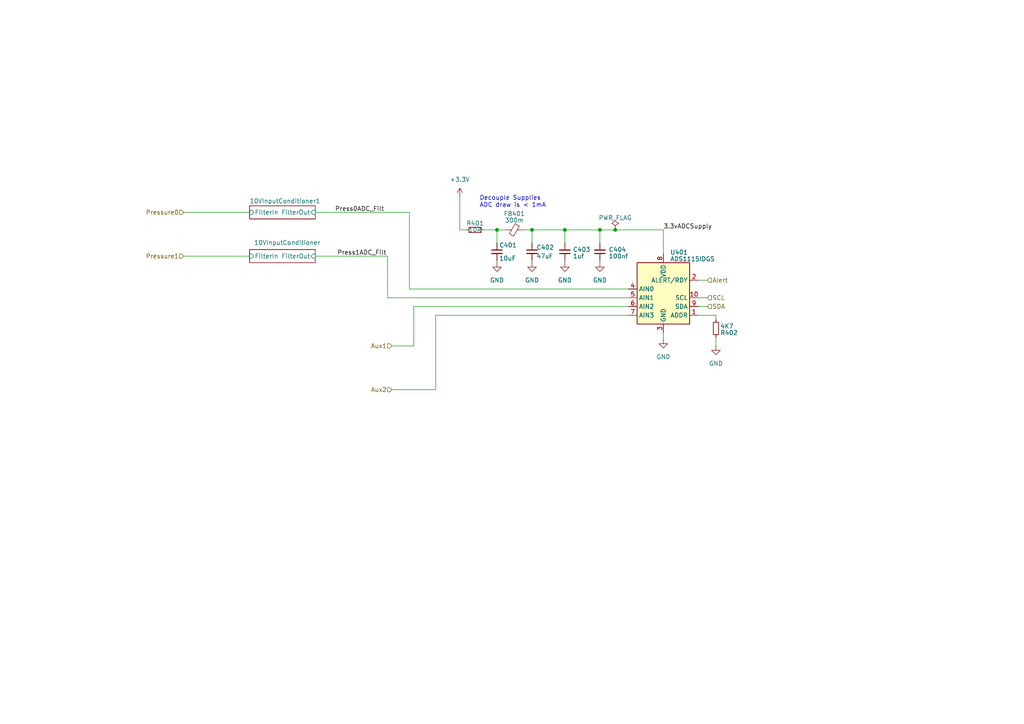
<source format=kicad_sch>
(kicad_sch (version 20230121) (generator eeschema)
  (paper "A4")
  (lib_symbols
    (symbol "Analog_ADC:ADS1115IDGS"
      (property "Reference" "U" (at 2.54 13.97 0))
      (property "Value" "ADS1115IDGS" (at 7.62 11.43 0))
      (symbol "ADS1115IDGS_0_1"
        (rectangle (start -7.62 10.16) (end 7.62 -7.62) (stroke (width 0.254)) (fill (type background)))
      )
      (symbol "ADS1115IDGS_1_1"
        (pin input line (at 10.16 -5.08 180) (length 2.54) (name "ADDR") (number "1"))
        (pin input line (at 10.16 0 180) (length 2.54) (name "SCL") (number "10"))
        (pin output line (at 10.16 5.08 180) (length 2.54) (name "ALERT/RDY") (number "2"))
        (pin power_in line (at 0 -10.16 90) (length 2.54) (name "GND") (number "3"))
        (pin input line (at -10.16 2.54 0) (length 2.54) (name "AIN0") (number "4"))
        (pin input line (at -10.16 0 0) (length 2.54) (name "AIN1") (number "5"))
        (pin input line (at -10.16 -2.54 0) (length 2.54) (name "AIN2") (number "6"))
        (pin input line (at -10.16 -5.08 0) (length 2.54) (name "AIN3") (number "7"))
        (pin power_in line (at 0 12.7 270) (length 2.54) (name "VDD") (number "8"))
        (pin bidirectional line (at 10.16 -2.54 180) (length 2.54) (name "SDA") (number "9"))
      )
    )
    (symbol "PGD-Library:C_Small" (pin_numbers hide) (pin_names (offset 0.254) hide)
      (property "Reference" "C" (at 0.254 1.778 0))
      (property "Value" "C_Small" (at 0.254 -2.032 0))
      (symbol "C_Small_0_1"
        (polyline (pts (xy -1.524 -0.508) (xy 1.524 -0.508)) (stroke (width 0.3302)))
        (polyline (pts (xy -1.524 0.508) (xy 1.524 0.508)) (stroke (width 0.3048)))
      )
      (symbol "C_Small_1_1"
        (pin passive line (at 0 2.54 270) (length 2.032) (name "~") (number "1"))
        (pin passive line (at 0 -2.54 90) (length 2.032) (name "~") (number "2"))
      )
    )
    (symbol "PGD-Library:FerriteBead_Small" (pin_numbers hide) (pin_names (offset 0))
      (property "Reference" "FB" (at 1.905 1.27 0))
      (property "Value" "FerriteBead_Small" (at 1.905 -1.27 0))
      (symbol "FerriteBead_Small_0_1"
        (polyline (pts (xy 0 -1.27) (xy 0 -0.7874)))
        (polyline (pts (xy 0 0.889) (xy 0 1.2954)))
        (polyline (pts (xy -1.8288 0.2794) (xy -1.1176 1.4986) (xy 1.8288 -0.2032) (xy 1.1176 -1.4224) (xy -1.8288 0.2794)))
      )
      (symbol "FerriteBead_Small_1_1"
        (pin passive line (at 0 2.54 270) (length 1.27) (name "~") (number "1"))
        (pin passive line (at 0 -2.54 90) (length 1.27) (name "~") (number "2"))
      )
    )
    (symbol "PGD-Library:R_Small" (pin_numbers hide) (pin_names (offset 0.254) hide)
      (property "Reference" "R" (at 0.762 0.508 0))
      (property "Value" "R_Small" (at 0.762 -1.016 0))
      (symbol "R_Small_0_1"
        (rectangle (start -0.762 1.778) (end 0.762 -1.778) (stroke (width 0.2032)))
      )
      (symbol "R_Small_1_1"
        (pin passive line (at 0 2.54 270) (length 0.762) (name "~") (number "1"))
        (pin passive line (at 0 -2.54 90) (length 0.762) (name "~") (number "2"))
      )
    )
    (symbol "power:+3.3V" (power) (pin_names (offset 0))
      (property "Value" "+3.3V" (at 0 3.556 0))
      (symbol "+3.3V_0_1"
        (polyline (pts (xy -0.762 1.27) (xy 0 2.54)))
        (polyline (pts (xy 0 0) (xy 0 2.54)))
        (polyline (pts (xy 0 2.54) (xy 0.762 1.27)))
      )
      (symbol "+3.3V_1_1"
        (pin power_in line (at 0 0 90) (length 0) hide (name "+3.3V") (number "1"))
      )
    )
    (symbol "power:GND" (power) (pin_names (offset 0))
      (property "Value" "GND" (at 0 -3.81 0))
      (symbol "GND_0_1"
        (polyline (pts (xy 0 0) (xy 0 -1.27) (xy 1.27 -1.27) (xy 0 -2.54) (xy -1.27 -1.27) (xy 0 -1.27)))
      )
      (symbol "GND_1_1"
        (pin power_in line (at 0 0 270) (length 0) hide (name "GND") (number "1"))
      )
    )
    (symbol "power:PWR_FLAG" (power) (pin_numbers hide) (pin_names (offset 0) hide)
      (property "Value" "PWR_FLAG" (at 0 3.81 0))
      (symbol "PWR_FLAG_0_0"
        (pin power_out line (at 0 0 90) (length 0) (name "pwr") (number "1"))
      )
      (symbol "PWR_FLAG_0_1"
        (polyline (pts (xy 0 0) (xy 0 1.27) (xy -1.016 1.905) (xy 0 2.54) (xy 1.016 1.905) (xy 0 1.27)))
      )
    )
  )
  (junction (at 178.435 66.675))
  (junction (at 144.145 66.675))
  (junction (at 154.305 66.675))
  (junction (at 163.83 66.675))
  (junction (at 173.99 66.675))
  (wire (pts (xy 144.145 66.675) (xy 144.145 70.485)))
  (wire (pts (xy 163.83 66.675) (xy 163.83 70.485)))
  (wire (pts (xy 192.405 96.52) (xy 192.405 98.425)))
  (wire (pts (xy 91.44 61.595) (xy 118.745 61.595)))
  (wire (pts (xy 118.745 83.82) (xy 182.245 83.82)))
  (wire (pts (xy 53.34 74.295) (xy 72.39 74.295)))
  (wire (pts (xy 120.015 88.9) (xy 182.245 88.9)))
  (wire (pts (xy 173.99 75.565) (xy 173.99 76.2)))
  (wire (pts (xy 207.645 92.71) (xy 207.645 91.44)))
  (wire (pts (xy 163.83 66.675) (xy 173.99 66.675)))
  (wire (pts (xy 112.395 74.295) (xy 112.395 86.36)))
  (wire (pts (xy 163.83 75.565) (xy 163.83 76.2)))
  (wire (pts (xy 207.645 97.79) (xy 207.645 100.33)))
  (wire (pts (xy 173.99 66.675) (xy 178.435 66.675)))
  (wire (pts (xy 113.665 113.03) (xy 126.365 113.03)))
  (wire (pts (xy 133.35 66.675) (xy 135.255 66.675)))
  (wire (pts (xy 154.305 66.675) (xy 163.83 66.675)))
  (wire (pts (xy 91.44 74.295) (xy 112.395 74.295)))
  (wire (pts (xy 126.365 91.44) (xy 182.245 91.44)))
  (wire (pts (xy 154.305 66.675) (xy 154.305 70.485)))
  (wire (pts (xy 192.405 66.675) (xy 192.405 73.66)))
  (wire (pts (xy 202.565 88.9) (xy 205.105 88.9)))
  (wire (pts (xy 113.665 100.33) (xy 120.015 100.33)))
  (wire (pts (xy 151.765 66.675) (xy 154.305 66.675)))
  (wire (pts (xy 146.685 66.675) (xy 144.145 66.675)))
  (wire (pts (xy 173.99 66.675) (xy 173.99 70.485)))
  (wire (pts (xy 207.645 91.44) (xy 202.565 91.44)))
  (wire (pts (xy 53.34 61.595) (xy 72.39 61.595)))
  (wire (pts (xy 154.305 75.565) (xy 154.305 76.2)))
  (wire (pts (xy 144.145 75.565) (xy 144.145 76.2)))
  (wire (pts (xy 202.565 86.36) (xy 205.105 86.36)))
  (wire (pts (xy 112.395 86.36) (xy 182.245 86.36)))
  (wire (pts (xy 202.565 81.28) (xy 205.105 81.28)))
  (wire (pts (xy 126.365 113.03) (xy 126.365 91.44)))
  (wire (pts (xy 118.745 61.595) (xy 118.745 83.82)))
  (wire (pts (xy 140.335 66.675) (xy 144.145 66.675)))
  (wire (pts (xy 120.015 100.33) (xy 120.015 88.9)))
  (wire (pts (xy 178.435 66.675) (xy 192.405 66.675)))
  (wire (pts (xy 133.35 57.15) (xy 133.35 66.675)))
  (text "Decouple Supplies\nADC draw is < 1mA" (at 139.065 60.325 0) (effects (font (size 1.27 1.27)) (justify left bottom)))
  (label "Press0ADC_Filt" (at 97.155 61.595 0))
  (label "3.3vADCSupply" (at 192.405 66.675 0))
  (label "Press1ADC_Filt" (at 97.79 74.295 0))
  (hierarchical_label "Aux1" (shape input) (at 113.665 100.33 180))
  (hierarchical_label "Alert" (shape input) (at 205.105 81.28 0))
  (hierarchical_label "SCL" (shape input) (at 205.105 86.36 0))
  (hierarchical_label "SDA" (shape input) (at 205.105 88.9 0))
  (hierarchical_label "Aux2" (shape input) (at 113.665 113.03 180))
  (hierarchical_label "Pressure0" (shape input) (at 53.34 61.595 180))
  (hierarchical_label "Pressure1" (shape input) (at 53.34 74.295 180))
  (symbol (lib_id "PGD-Library:C_Small") (at 144.145 73.025 0) (unit 1)
    (property "Reference" "C401" (at 144.78 71.12 0) (effects (justify left)))
    (property "Value" "10uF" (at 144.78 74.93 0) (effects (justify left)))
    (property "Footprint" "Capacitor_SMD:C_1206_3216Metric" (effects hide))
    (property "LCSC Part" "C13585" (effects hide))
    (property "JLC Part" "Basic Part" (effects hide))
    (instances (project "PiraniGaugeDisplay" (path "" (reference "C401") (unit 1))) (project "CAN-CalibratedTempProbeV1R1" (path "" (reference "C103") (unit 1))) (project "PowerConditionerPCB_V1" (path "" (reference "C601") (unit 1))))
  )
  (symbol (lib_id "power:GND") (at 207.645 100.33 0) (unit 1)
    (property "Reference" "#PWR0407" (effects hide))
    (property "Value" "GND" (at 207.645 105.41 0))
    (instances (project "PiraniGaugeDisplay" (path "" (reference "#PWR0407") (unit 1))) (project "Bincorp_485JoystickControllerV1" (path "" (reference "#PWR0112") (unit 1))) (project "CAN-CalibratedTempProbeV1R1" (path "" (reference "#PWR0108") (unit 1))))
  )
  (symbol (lib_id "Analog_ADC:ADS1115IDGS") (at 192.405 86.36 0) (unit 1)
    (property "Reference" "U401" (at 194.3609 73.1901 0) (effects (justify left)))
    (property "Value" "ADS1115IDGS" (at 194.3609 75.1111 0) (effects (justify left)))
    (property "Footprint" "Package_SO:TSSOP-10_3x3mm_P0.5mm" (effects hide))
    (property "Datasheet" "http://www.ti.com/lit/ds/symlink/ads1113.pdf" (effects hide))
  )
  (symbol (lib_id "PGD-Library:C_Small") (at 154.305 73.025 0) (unit 1)
    (property "Reference" "C402" (at 155.575 71.755 0) (effects (justify left)))
    (property "Value" "47uF" (at 155.575 74.295 0) (effects (justify left)))
    (property "Footprint" "Capacitor_SMD:C_1206_3216Metric" (effects hide))
    (property "LCSC Part" "C96123" (effects hide))
    (property "JLC Part" "Basic Part" (effects hide))
    (instances (project "PiraniGaugeDisplay" (path "" (reference "C402") (unit 1))) (project "Bincorp_485JoystickControllerV1" (path "" (reference "C115") (unit 1))))
  )
  (symbol (lib_id "power:PWR_FLAG") (at 178.435 66.675 0) (unit 1)
    (property "Reference" "#FLG0101" (effects hide))
    (property "Value" "PWR_FLAG" (at 178.435 63.1731 0))
    (instances (project "PiraniGaugeDisplay" (path "" (reference "#FLG0101") (unit 1)) (path "" (reference "#FLG0401") (unit 1))) (project "Bincorp_485JoystickControllerV1" (path "" (reference "#FLG0104") (unit 1))))
  )
  (symbol (lib_id "power:GND") (at 173.99 76.2 0) (unit 1)
    (property "Reference" "#PWR0405" (effects hide))
    (property "Value" "GND" (at 173.99 81.28 0))
    (instances (project "PiraniGaugeDisplay" (path "" (reference "#PWR0405") (unit 1))) (project "Bincorp_485JoystickControllerV1" (path "" (reference "#PWR0112") (unit 1))) (project "CAN-CalibratedTempProbeV1R1" (path "" (reference "#PWR0108") (unit 1))))
  )
  (symbol (lib_id "PGD-Library:R_Small") (at 207.645 95.25 0) (unit 1)
    (property "Reference" "R402" (at 211.455 96.52 0))
    (property "Value" "4K7" (at 210.82 94.615 0))
    (property "Footprint" "Resistor_SMD:R_0805_2012Metric" (effects hide))
    (property "LCSC Part" "C17673" (effects hide))
    (property "JLC Part" "Basic Part" (effects hide))
    (instances (project "PiraniGaugeDisplay" (path "" (reference "R402") (unit 1))) (project "Output_4Ch_SoftLimits" (path "" (reference "R101") (unit 1)) (path "" (reference "R501") (unit 1)) (path "" (reference "R221") (unit 1)) (path "" (reference "R302") (unit 1))) (project "Bincorp_485JoystickControllerV1" (path "" (reference "R122") (unit 1))) (project "Output_2ch_FaultTolerant" (path "" (reference "R202") (unit 1)) (path "" (reference "R402") (unit 1)) (path "" (reference "R303") (unit 1)) (path "" (reference "R603") (unit 1))) (project "IO_LowPower_V1" (path "" (reference "R202") (unit 1))))
  )
  (symbol (lib_id "power:GND") (at 154.305 76.2 0) (unit 1)
    (property "Reference" "#PWR0403" (effects hide))
    (property "Value" "GND" (at 154.305 81.28 0))
    (instances (project "PiraniGaugeDisplay" (path "" (reference "#PWR0403") (unit 1))) (project "Bincorp_485JoystickControllerV1" (path "" (reference "#PWR0112") (unit 1))) (project "CAN-CalibratedTempProbeV1R1" (path "" (reference "#PWR0108") (unit 1))))
  )
  (symbol (lib_id "power:GND") (at 144.145 76.2 0) (unit 1)
    (property "Reference" "#PWR0402" (effects hide))
    (property "Value" "GND" (at 144.145 81.28 0))
    (instances (project "PiraniGaugeDisplay" (path "" (reference "#PWR0402") (unit 1))) (project "Bincorp_485JoystickControllerV1" (path "" (reference "#PWR0111") (unit 1))) (project "CAN-CalibratedTempProbeV1R1" (path "" (reference "#PWR0107") (unit 1))))
  )
  (symbol (lib_id "PGD-Library:R_Small") (at 137.795 66.675 90) (unit 1)
    (property "Reference" "R401" (at 137.795 64.77 90))
    (property "Value" "10R" (at 137.795 66.675 90))
    (property "Footprint" "Resistor_SMD:R_0805_2012Metric" (effects hide))
    (property "LCSC Part" "C17415" (effects hide))
    (property "JLC Part" "Basic Part" (effects hide))
    (instances (project "PiraniGaugeDisplay" (path "" (reference "R401") (unit 1))) (project "Bincorp_485JoystickControllerV1" (path "" (reference "R105") (unit 1))) (project "CAN-CalibratedTempProbeV1R1" (path "" (reference "R109") (unit 1))))
  )
  (symbol (lib_id "PGD-Library:C_Small") (at 163.83 73.025 180) (unit 1)
    (property "Reference" "C403" (at 166.1541 72.3749 0) (effects (justify right)))
    (property "Value" "1uf" (at 166.1541 74.2959 0) (effects (justify right)))
    (property "Footprint" "Capacitor_SMD:C_0805_2012Metric" (effects hide))
    (property "JLC Part" "C28323" (effects hide))
    (property "LCSC Part" "Basic Part" (effects hide))
    (instances (project "PiraniGaugeDisplay" (path "" (reference "C403") (unit 1))) (project "Output_6Ch_SoftLimits" (path "" (reference "C208") (unit 1))) (project "Bincorp_485JoystickControllerV1" (path "" (reference "C116") (unit 1))) (project "Output_2ch_FaultTolerant" (path "" (reference "C209") (unit 1)) (path "" (reference "C409") (unit 1)) (path "" (reference "C507") (unit 1))))
  )
  (symbol (lib_id "PGD-Library:C_Small") (at 173.99 73.025 180) (unit 1)
    (property "Reference" "C404" (at 176.53 72.39 0) (effects (justify right)))
    (property "Value" "100nf" (at 176.53 74.295 0) (effects (justify right)))
    (property "Footprint" "Capacitor_SMD:C_0805_2012Metric" (effects hide))
    (property "LCSC Part" "C28233" (effects hide))
    (property "JLC Part" "Basic Part" (effects hide))
    (instances (project "PiraniGaugeDisplay" (path "" (reference "C404") (unit 1))) (project "Output_6Ch_SoftLimits" (path "" (reference "C211") (unit 1))) (project "Bincorp_485JoystickControllerV1" (path "" (reference "C117") (unit 1))) (project "Output_2ch_FaultTolerant" (path "" (reference "C201") (unit 1)) (path "" (reference "C401") (unit 1)) (path "" (reference "C508") (unit 1))))
  )
  (symbol (lib_id "power:+3.3V") (at 133.35 57.15 0) (unit 1)
    (property "Reference" "#PWR0201" (effects hide))
    (property "Value" "+3.3V" (at 133.35 52.07 0))
    (instances (project "FlatTester" (path "" (reference "#PWR0201") (unit 1)) (path "" (reference "#PWR0105") (unit 1))) (project "PiraniGaugeDisplay" (path "" (reference "#PWR0401") (unit 1))) (project "Output_4Ch_SoftLimits" (path "" (reference "#PWR0209") (unit 1)) (path "" (reference "#PWR0106") (unit 1)) (path "" (reference "#PWR0308") (unit 1))) (project "Bincorp_485JoystickControllerV1" (path "" (reference "#PWR0125") (unit 1))) (project "Output_2ch_FaultTolerant" (path "" (reference "#PWR032") (unit 1))))
  )
  (symbol (lib_id "power:GND") (at 192.405 98.425 0) (unit 1)
    (property "Reference" "#PWR0406" (effects hide))
    (property "Value" "GND" (at 192.405 103.505 0))
    (instances (project "PiraniGaugeDisplay" (path "" (reference "#PWR0406") (unit 1))) (project "Bincorp_485JoystickControllerV1" (path "" (reference "#PWR0112") (unit 1))) (project "CAN-CalibratedTempProbeV1R1" (path "" (reference "#PWR0108") (unit 1))))
  )
  (symbol (lib_id "PGD-Library:FerriteBead_Small") (at 149.225 66.675 90) (unit 1)
    (property "Reference" "FB401" (at 149.1869 61.9633 90))
    (property "Value" "300m" (at 149.1869 63.8843 90))
    (property "Footprint" "Resistor_SMD:R_0805_2012Metric" (effects hide))
    (property "LCSC Part" "C1017" (effects hide))
    (property "JLC Part" "Basic Part" (effects hide))
    (instances (project "PiraniGaugeDisplay" (path "" (reference "FB401") (unit 1))) (project "Output_6Ch_SoftLimits" (path "" (reference "FB501") (unit 1))) (project "Bincorp_485JoystickControllerV1" (path "" (reference "FB101") (unit 1))) (project "CAN-CalibratedTempProbeV1R1" (path "" (reference "FB101") (unit 1))))
  )
  (symbol (lib_id "power:GND") (at 163.83 76.2 0) (unit 1)
    (property "Reference" "#PWR0404" (effects hide))
    (property "Value" "GND" (at 163.83 81.28 0))
    (instances (project "PiraniGaugeDisplay" (path "" (reference "#PWR0404") (unit 1))) (project "Bincorp_485JoystickControllerV1" (path "" (reference "#PWR0111") (unit 1))) (project "CAN-CalibratedTempProbeV1R1" (path "" (reference "#PWR0107") (unit 1))))
  )
  (sheet (at 72.39 72.39) (size 19.05 3.81) (stroke (width 0.1524))
    (property "Sheetname" "10VInputConditioner" (at 73.66 71.12 0) (effects (justify left bottom)))
    (property "Sheetfile" "10VInputConditioner.kicad_sch" (effects hide))
    (pin "FilterOut" input (at 91.44 74.295 0))
    (pin "FilterIn" input (at 72.39 74.295 180))
  )
  (sheet (at 72.39 59.69) (size 19.05 3.81) (stroke (width 0.1524))
    (property "Sheetname" "10VInputConditioner1" (at 72.39 59.055 0) (effects (justify left bottom)))
    (property "Sheetfile" "10VInputConditioner.kicad_sch" (effects hide))
    (pin "FilterOut" input (at 91.44 61.595 0))
    (pin "FilterIn" input (at 72.39 61.595 180))
  )
)
</source>
